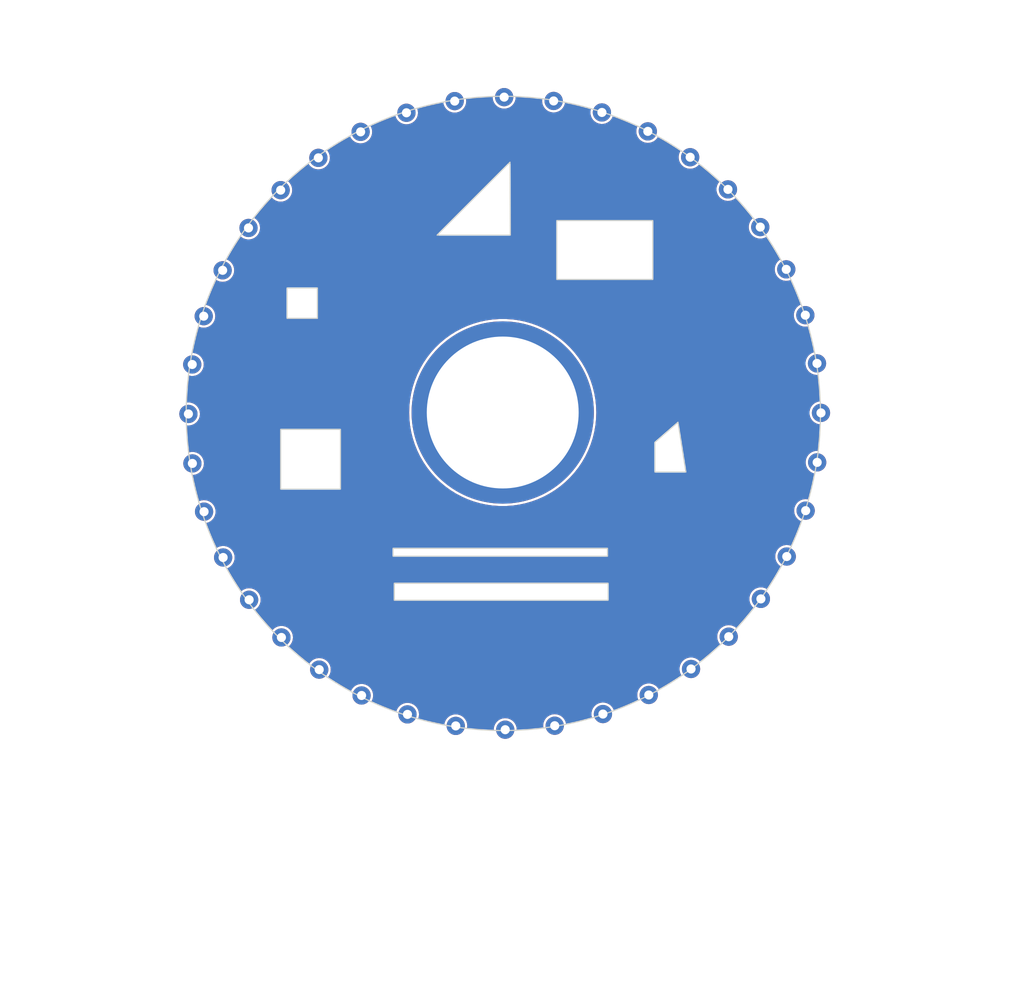
<source format=kicad_pcb>
(kicad_pcb (version 20210126) (generator pcbnew)
  (layers (0 "F.Cu" signal) (31 "B.Cu" signal) (34 "B.Paste" user) (35 "F.Paste" user) (36 "B.SilkS" user "B.Silkscreen") (37 "F.SilkS" user "F.Silkscreen") (38 "B.Mask" user) (39 "F.Mask" user) (44 "Edge.Cuts" user))
  (net 0 "")
  (footprint "digikey-footprints:PinHeader_1x2_P2.54mm" (layer "F.Cu") (at 26.947731 43.807578)
    (fp_text reference "REF**" hide)
    (fp_text value " ")
    (pad "1" thru_hole circle (at 0 0) (size 1.524 1.524) (drill 0.762) (layers *.Cu *.Mask))
  )
  (footprint "digikey-footprints:PinHeader_1x2_P2.54mm" (layer "F.Cu") (at 45.179354 18.624099)
    (fp_text reference "REF**" hide)
    (fp_text value " ")
    (pad "1" thru_hole circle (at 0 0) (size 1.524 1.524) (drill 0.762) (layers *.Cu *.Mask))
  )
  (footprint "digikey-footprints:PinHeader_1x2_P2.54mm" (layer "F.Cu") (at 34.241245 -2.753347)
    (fp_text reference "REF**" hide)
    (fp_text value " ")
    (pad "1" thru_hole circle (at 0 0) (size 1.524 1.524) (drill 0.762) (layers *.Cu *.Mask))
  )
  (footprint "digikey-footprints:PinHeader_1x2_P2.54mm" (layer "F.Cu") (at -7.714354 18.713901)
    (fp_text reference "REF**" hide)
    (fp_text value " ")
    (pad "1" thru_hole circle (at 0 0) (size 1.524 1.524) (drill 0.762) (layers *.Cu *.Mask))
  )
  (footprint "digikey-footprints:PinHeader_1x2_P2.54mm" (layer "F.Cu") (at 42.276435 6.622372)
    (fp_text reference "REF**" hide)
    (fp_text value " ")
    (pad "1" thru_hole circle (at 0 0) (size 1.524 1.524) (drill 0.762) (layers *.Cu *.Mask))
  )
  (footprint "digikey-footprints:PinHeader_1x2_P2.54mm" (layer "F.Cu") (at 18.777401 45.115854)
    (fp_text reference "REF**" hide)
    (fp_text value " ")
    (pad "1" thru_hole circle (at 0 0) (size 1.524 1.524) (drill 0.762) (layers *.Cu *.Mask))
  )
  (footprint "digikey-footprints:PinHeader_1x2_P2.54mm" (layer "F.Cu") (at 40.102062 3.087603)
    (fp_text reference "REF**" hide)
    (fp_text value " ")
    (pad "1" thru_hole circle (at 0 0) (size 1.524 1.524) (drill 0.762) (layers *.Cu *.Mask))
  )
  (footprint "digikey-footprints:PinHeader_1x2_P2.54mm" (layer "F.Cu") (at 10.517269 -6.469578)
    (fp_text reference "REF**" hide)
    (fp_text value " ")
    (pad "1" thru_hole circle (at 0 0) (size 1.524 1.524) (drill 0.762) (layers *.Cu *.Mask))
  )
  (footprint "digikey-footprints:PinHeader_1x2_P2.54mm" (layer "F.Cu") (at 43.898828 26.798824)
    (fp_text reference "REF**" hide)
    (fp_text value " ")
    (pad "1" thru_hole circle (at 0 0) (size 1.524 1.524) (drill 0.762) (layers *.Cu *.Mask))
  )
  (footprint "digikey-footprints:PinHeader_1x2_P2.54mm" (layer "F.Cu") (at -6.433828 10.539176)
    (fp_text reference "REF**" hide)
    (fp_text value " ")
    (pad "1" thru_hole circle (at 0 0) (size 1.524 1.524) (drill 0.762) (layers *.Cu *.Mask))
  )
  (footprint "digikey-footprints:PinHeader_1x2_P2.54mm" (layer "F.Cu") (at 3.223755 40.091347)
    (fp_text reference "REF**" hide)
    (fp_text value " ")
    (pad "1" thru_hole circle (at 0 0) (size 1.524 1.524) (drill 0.762) (layers *.Cu *.Mask))
  )
  (footprint "digikey-footprints:PinHeader_1x2_P2.54mm" (layer "F.Cu") (at 6.685872 -4.874935)
    (fp_text reference "REF**" hide)
    (fp_text value " ")
    (pad "1" thru_hole circle (at 0 0) (size 1.524 1.524) (drill 0.762) (layers *.Cu *.Mask))
  )
  (footprint "digikey-footprints:PinHeader_1x2_P2.54mm" (layer "F.Cu") (at -7.381726 22.850548)
    (fp_text reference "REF**" hide)
    (fp_text value " ")
    (pad "1" thru_hole circle (at 0 0) (size 1.524 1.524) (drill 0.762) (layers *.Cu *.Mask))
  )
  (footprint "digikey-footprints:PinHeader_1x2_P2.54mm" (layer "F.Cu") (at -4.811435 30.715628)
    (fp_text reference "REF**" hide)
    (fp_text value " ")
    (pad "1" thru_hole circle (at 0 0) (size 1.524 1.524) (drill 0.762) (layers *.Cu *.Mask))
  )
  (footprint "digikey-footprints:PinHeader_1x2_P2.54mm" (layer "F.Cu") (at -2.689847 3.160255)
    (fp_text reference "REF**" hide)
    (fp_text value " ")
    (pad "1" thru_hole circle (at 0 0) (size 1.524 1.524) (drill 0.762) (layers *.Cu *.Mask))
  )
  (footprint "digikey-footprints:PinHeader_1x2_P2.54mm" (layer "F.Cu") (at 3.151103 -2.700562)
    (fp_text reference "REF**" hide)
    (fp_text value " ")
    (pad "1" thru_hole circle (at 0 0) (size 1.524 1.524) (drill 0.762) (layers *.Cu *.Mask))
  )
  (footprint "digikey-footprints:PinHeader_1x2_P2.54mm" (layer "F.Cu") (at 44.846726 14.487452)
    (fp_text reference "REF**" hide)
    (fp_text value " ")
    (pad "1" thru_hole circle (at 0 0) (size 1.524 1.524) (drill 0.762) (layers *.Cu *.Mask))
  )
  (footprint "digikey-footprints:PinHeader_1x2_P2.54mm" (layer "F.Cu") (at -7.395774 14.576149)
    (fp_text reference "REF**" hide)
    (fp_text value " ")
    (pad "1" thru_hole circle (at 0 0) (size 1.524 1.524) (drill 0.762) (layers *.Cu *.Mask))
  )
  (footprint "digikey-footprints:PinHeader_1x2_P2.54mm" (layer "F.Cu") (at 10.602676 43.835328)
    (fp_text reference "REF**" hide)
    (fp_text value " ")
    (pad "1" thru_hole circle (at 0 0) (size 1.524 1.524) (drill 0.762) (layers *.Cu *.Mask))
  )
  (footprint "digikey-footprints:PinHeader_1x2_P2.54mm" (layer "F.Cu") (at -6.406078 26.884231)
    (fp_text reference "REF**" hide)
    (fp_text value " ")
    (pad "1" thru_hole circle (at 0 0) (size 1.524 1.524) (drill 0.762) (layers *.Cu *.Mask))
  )
  (footprint "digikey-footprints:PinHeader_1x2_P2.54mm" (layer "F.Cu") (at -2.637062 34.250397)
    (fp_text reference "REF**" hide)
    (fp_text value " ")
    (pad "1" thru_hole circle (at 0 0) (size 1.524 1.524) (drill 0.762) (layers *.Cu *.Mask))
  )
  (footprint "digikey-footprints:PinHeader_1x2_P2.54mm" (layer "F.Cu") (at 14.550952 -7.445226)
    (fp_text reference "REF**" hide)
    (fp_text value " ")
    (pad "1" thru_hole circle (at 0 0) (size 1.524 1.524) (drill 0.762) (layers *.Cu *.Mask))
  )
  (footprint "digikey-footprints:PinHeader_1x2_P2.54mm" (layer "F.Cu") (at 42.317204 30.635613)
    (fp_text reference "REF**" hide)
    (fp_text value " ")
    (pad "1" thru_hole circle (at 0 0) (size 1.524 1.524) (drill 0.762) (layers *.Cu *.Mask))
  )
  (footprint "digikey-footprints:PinHeader_1x2_P2.54mm" (layer "F.Cu") (at 6.765887 42.253704)
    (fp_text reference "REF**" hide)
    (fp_text value " ")
    (pad "1" thru_hole circle (at 0 0) (size 1.524 1.524) (drill 0.762) (layers *.Cu *.Mask))
  )
  (footprint "digikey-footprints:PinHeader_1x2_P2.54mm" (layer "F.Cu") (at 0 0)
    (fp_text reference "REF**" hide)
    (fp_text value " ")
    (pad "1" thru_hole circle (at 0 0) (size 1.524 1.524) (drill 0.762) (layers *.Cu *.Mask))
  )
  (footprint "digikey-footprints:PinHeader_1x2_P2.54mm" (layer "F.Cu") (at 43.871078 10.453769)
    (fp_text reference "REF**" hide)
    (fp_text value " ")
    (pad "1" thru_hole circle (at 0 0) (size 1.524 1.524) (drill 0.762) (layers *.Cu *.Mask))
  )
  (footprint "digikey-footprints:PinHeader_1x2_P2.54mm" (layer "F.Cu") (at 30.779128 42.212935)
    (fp_text reference "REF**" hide)
    (fp_text value " ")
    (pad "1" thru_hole circle (at 0 0) (size 1.524 1.524) (drill 0.762) (layers *.Cu *.Mask))
  )
  (footprint "digikey-footprints:PinHeader_1x2_P2.54mm" (layer "F.Cu") (at 0.0635 37.4015)
    (fp_text reference "REF**" hide)
    (fp_text value " ")
    (pad "1" thru_hole circle (at 0 0) (size 1.524 1.524) (drill 0.762) (layers *.Cu *.Mask))
  )
  (footprint "digikey-footprints:PinHeader_1x2_P2.54mm" (layer "F.Cu") (at 18.687599 -7.777854)
    (fp_text reference "REF**" hide)
    (fp_text value " ")
    (pad "1" thru_hole circle (at 0 0) (size 1.524 1.524) (drill 0.762) (layers *.Cu *.Mask))
  )
  (footprint "digikey-footprints:PinHeader_1x2_P2.54mm" (layer "F.Cu") (at 22.825351 -7.459274)
    (fp_text reference "REF**" hide)
    (fp_text value " ")
    (pad "1" thru_hole circle (at 0 0) (size 1.524 1.524) (drill 0.762) (layers *.Cu *.Mask))
  )
  (footprint "digikey-footprints:PinHeader_1x2_P2.54mm" (layer "F.Cu") (at 37.4015 -0.0635)
    (fp_text reference "REF**" hide)
    (fp_text value " ")
    (pad "1" thru_hole circle (at 0 0) (size 1.524 1.524) (drill 0.762) (layers *.Cu *.Mask))
  )
  (footprint "digikey-footprints:PinHeader_1x2_P2.54mm" (layer "F.Cu") (at 22.914048 44.783226)
    (fp_text reference "REF**" hide)
    (fp_text value " ")
    (pad "1" thru_hole circle (at 0 0) (size 1.524 1.524) (drill 0.762) (layers *.Cu *.Mask))
  )
  (footprint "digikey-footprints:PinHeader_1x2_P2.54mm" (layer "F.Cu") (at 34.313897 40.038562)
    (fp_text reference "REF**" hide)
    (fp_text value " ")
    (pad "1" thru_hole circle (at 0 0) (size 1.524 1.524) (drill 0.762) (layers *.Cu *.Mask))
  )
  (footprint "digikey-footprints:PinHeader_1x2_P2.54mm" (layer "F.Cu") (at 37.465 37.338)
    (fp_text reference "REF**" hide)
    (fp_text value " ")
    (pad "1" thru_hole circle (at 0 0) (size 1.524 1.524) (drill 0.762) (layers *.Cu *.Mask))
  )
  (footprint "digikey-footprints:PinHeader_1x2_P2.54mm" (layer "F.Cu") (at 26.862324 -6.497328)
    (fp_text reference "REF**" hide)
    (fp_text value " ")
    (pad "1" thru_hole circle (at 0 0) (size 1.524 1.524) (drill 0.762) (layers *.Cu *.Mask))
  )
  (footprint "digikey-footprints:PinHeader_1x2_P2.54mm" (layer "F.Cu") (at -4.852204 6.702387)
    (fp_text reference "REF**" hide)
    (fp_text value " ")
    (pad "1" thru_hole circle (at 0 0) (size 1.524 1.524) (drill 0.762) (layers *.Cu *.Mask))
  )
  (footprint "digikey-footprints:PinHeader_1x2_P2.54mm" (layer "F.Cu") (at 30.699113 -4.915704)
    (fp_text reference "REF**" hide)
    (fp_text value " ")
    (pad "1" thru_hole circle (at 0 0) (size 1.524 1.524) (drill 0.762) (layers *.Cu *.Mask))
  )
  (footprint "digikey-footprints:PinHeader_1x2_P2.54mm" (layer "F.Cu") (at 40.154847 34.177745)
    (fp_text reference "REF**" hide)
    (fp_text value " ")
    (pad "1" thru_hole circle (at 0 0) (size 1.524 1.524) (drill 0.762) (layers *.Cu *.Mask))
  )
  (footprint "digikey-footprints:PinHeader_1x2_P2.54mm" (layer "F.Cu") (at 14.639649 44.797274)
    (fp_text reference "REF**" hide)
    (fp_text value " ")
    (pad "1" thru_hole circle (at 0 0) (size 1.524 1.524) (drill 0.762) (layers *.Cu *.Mask))
  )
  (footprint "digikey-footprints:PinHeader_1x2_P2.54mm" (layer "F.Cu") (at 44.860774 22.761851)
    (fp_text reference "REF**" hide)
    (fp_text value " ")
    (pad "1" thru_hole circle (at 0 0) (size 1.524 1.524) (drill 0.762) (layers *.Cu *.Mask))
  )
  (gr_poly (pts (xy 19.2024 3.7592) (xy 13.081 3.7592) (xy 19.177 -2.3368)) (layer "Edge.Cuts") (width 0.1) (fill none))
  (gr_rect (start 9.398 29.9466) (end 27.3304 30.607) (layer "Edge.Cuts") (width 0.1) (fill none))
  (gr_rect (start 0.5334 8.1788) (end 3.0734 10.7188) (layer "Edge.Cuts") (width 0.1) (fill none))
  (gr_rect (start 23.0886 2.54) (end 31.115 7.4676) (layer "Edge.Cuts") (width 0.1) (fill none))
  (gr_rect (start 0 20) (end 5 25) (layer "Edge.Cuts") (width 0.1) (fill none))
  (gr_rect (start 9.4996 32.8676) (end 27.3812 34.29) (layer "Edge.Cuts") (width 0.1) (fill none))
  (gr_poly (pts (xy 33.8836 23.5712) (xy 31.2928 23.5712) (xy 31.2928 21.082) (xy 33.2232 19.4056)) (layer "Edge.Cuts") (width 0.1) (fill none))
  (gr_circle (center 18.6182 18.669) (end 45.1358 18.669) (layer "Edge.Cuts") (width 0.1) (fill none))
  (segment (start 19.939 17.399) (end 19.939 17.5514) (width 0.2) (layer "F.Cu") (net 0))
  (segment (start 19.939 17.5514) (end 19.8628 17.6276) (width 0.2) (layer "F.Cu") (net 0))
  (via (at 18.5674 18.5928) (size 15.24) (drill 12.7) (layers "F.Cu" "B.Cu") (net 0))
  (zone (net 0) (net_name "") (layer "F.Cu") (connect_pads (clearance 0.0254)) (min_thickness 0.0254) (fill yes (thermal_gap 0.0254) (thermal_bridge_width 0.0254))
    (polygon (pts (xy 56.4388 55.4228) (xy -17.5514 55.4228) (xy -17.5514 -10.7696) (xy 56.4388 -10.7696)))
  )
  (zone (net 0) (net_name "") (layer "B.Cu") (connect_pads (clearance 0.0254)) (min_thickness 0.0254) (fill yes (thermal_gap 0.0254) (thermal_bridge_width 0.0254))
    (polygon (pts (xy -17.4244 55.6514) (xy 56.5658 55.6514) (xy 56.5658 -10.541) (xy -17.4244 -10.541)))
  )
)
</source>
